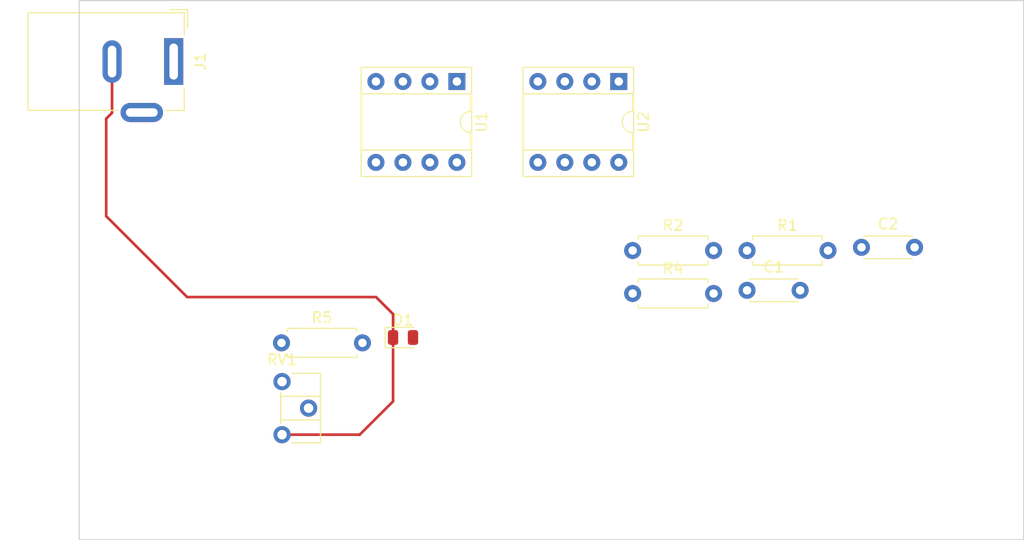
<source format=kicad_pcb>
(kicad_pcb (version 20211014) (generator pcbnew)
  (layers (0 "F.Cu" signal) (31 "B.Cu" signal) (34 "B.Paste" user) (35 "F.Paste" user) (36 "B.SilkS" user "B.Silkscreen") (37 "F.SilkS" user "F.Silkscreen") (38 "B.Mask" user) (39 "F.Mask" user) (44 "Edge.Cuts" user))
  (net 0 "")
  (net 1 "Net-(C1-Pad1)")
  (net 2 "GNDREF")
  (net 3 "Net-(C2-Pad1)")
  (net 4 "Net-(C2-Pad2)")
  (net 5 "SIG_IN")
  (net 6 "GND")
  (net 8 "-5V")
  (net 10 "+5V")
  (net 13 "SIG_OUT")
  (net 16 "Net-(D1-Pad2)")
  (net 17 "AC")
  (net 18 "Net-(R4-Pad1)")
  (footprint "Potentiometer_THT:Potentiometer_ACP_CA6-H2,5_Horizontal" (layer "F.Cu") (at 88.94 99.405)
    (fp_text reference "RV1" (at 0 -2.06) (layer "F.SilkS"))
    (fp_text value "1k")
    (fp_line (start 3.62 -0.77) (end 3.62 5.77) (layer "F.SilkS") (width 0.12))
    (fp_line (start 0.925 -0.77) (end 3.62 -0.77) (layer "F.SilkS") (width 0.12))
    (fp_line (start -0.121 1.38) (end 3.62 1.38) (layer "F.SilkS") (width 0.12))
    (fp_line (start -0.121 1.38) (end -0.121 3.62) (layer "F.SilkS") (width 0.12))
    (fp_line (start 0.925 5.77) (end 3.62 5.77) (layer "F.SilkS") (width 0.12))
    (fp_line (start -0.121 3.62) (end 3.62 3.62) (layer "F.SilkS") (width 0.12))
    (fp_line (start -0.121 1.066) (end -0.121 3.935) (layer "F.SilkS") (width 0.12))
    (fp_line (start 3.62 1.38) (end 3.62 3.62) (layer "F.SilkS") (width 0.12))
    (pad "1" thru_hole circle locked (at 0 0) (size 1.62 1.62) (drill 0.9) (layers *.Cu *.Mask))
    (pad "2" thru_hole circle locked (at 2.5 2.5) (size 1.62 1.62) (drill 0.9) (layers *.Cu *.Mask) (net 18 "Net-(R4-Pad1)"))
    (pad "3" thru_hole circle locked (at 0 5) (size 1.62 1.62) (drill 0.9) (layers *.Cu *.Mask) (net 6 "GND"))
  )
  (footprint "Package_DIP:DIP-8_W7.62mm_Socket" (layer "F.Cu") (at 120.64 71.13 -90)
    (fp_text reference "U2" (at 3.81 -2.33 90) (layer "F.SilkS"))
    (fp_text value "LM741")
    (fp_line (start 2.81 -1.33) (end 1.16 -1.33) (layer "F.SilkS") (width 0.12))
    (fp_line (start 8.95 -1.39) (end -1.33 -1.39) (layer "F.SilkS") (width 0.12))
    (fp_line (start 8.95 9.01) (end 8.95 -1.39) (layer "F.SilkS") (width 0.12))
    (fp_line (start 1.16 -1.33) (end 1.16 8.95) (layer "F.SilkS") (width 0.12))
    (fp_line (start -1.33 -1.39) (end -1.33 9.01) (layer "F.SilkS") (width 0.12))
    (fp_line (start 6.46 8.95) (end 6.46 -1.33) (layer "F.SilkS") (width 0.12))
    (fp_line (start 6.46 -1.33) (end 4.81 -1.33) (layer "F.SilkS") (width 0.12))
    (fp_line (start -1.33 9.01) (end 8.95 9.01) (layer "F.SilkS") (width 0.12))
    (fp_line (start 1.16 8.95) (end 6.46 8.95) (layer "F.SilkS") (width 0.12))
    (fp_arc (start 4.81 -1.33) (mid 3.81 -0.33) (end 2.81 -1.33) (layer "F.SilkS") (width 0.12))
    (pad "1" thru_hole rect (at 0 0 270) (size 1.6 1.6) (drill 0.8) (layers *.Cu *.Mask))
    (pad "2" thru_hole oval (at 0 2.54 270) (size 1.6 1.6) (drill 0.8) (layers *.Cu *.Mask) (net 13 "SIG_OUT"))
    (pad "3" thru_hole oval (at 0 5.08 270) (size 1.6 1.6) (drill 0.8) (layers *.Cu *.Mask) (net 4 "Net-(C2-Pad2)"))
    (pad "4" thru_hole oval (at 0 7.62 270) (size 1.6 1.6) (drill 0.8) (layers *.Cu *.Mask) (net 8 "-5V"))
    (pad "5" thru_hole oval (at 7.62 7.62 270) (size 1.6 1.6) (drill 0.8) (layers *.Cu *.Mask))
    (pad "6" thru_hole oval (at 7.62 5.08 270) (size 1.6 1.6) (drill 0.8) (layers *.Cu *.Mask) (net 13 "SIG_OUT"))
    (pad "7" thru_hole oval (at 7.62 2.54 270) (size 1.6 1.6) (drill 0.8) (layers *.Cu *.Mask) (net 10 "+5V"))
    (pad "8" thru_hole oval (at 7.62 0 270) (size 1.6 1.6) (drill 0.8) (layers *.Cu *.Mask))
  )
  (footprint "Connector_BarrelJack:BarrelJack_Wuerth_6941xx301002" (layer "F.Cu") (at 78.74 69.25 -90)
    (fp_text reference "J1" (at 0 -2.5 90) (layer "F.SilkS"))
    (fp_text value "Barrel_Jack")
    (fp_line (start -4.6 13.7) (end -4.6 -1) (layer "F.SilkS") (width 0.12))
    (fp_line (start -3.2 -1.3) (end -4.9 -1.3) (layer "F.SilkS") (width 0.12))
    (fp_line (start 4.6 -1) (end 4.6 0.8) (layer "F.SilkS") (width 0.12))
    (fp_line (start -4.9 -1.3) (end -4.9 0.3) (layer "F.SilkS") (width 0.12))
    (fp_line (start 4.6 13.7) (end -4.6 13.7) (layer "F.SilkS") (width 0.12))
    (fp_line (start -4.6 -1) (end -2.5 -1) (layer "F.SilkS") (width 0.12))
    (fp_line (start 4.6 5.2) (end 4.6 13.7) (layer "F.SilkS") (width 0.12))
    (fp_line (start 2.5 -1) (end 4.6 -1) (layer "F.SilkS") (width 0.12))
    (pad "1" thru_hole rect locked (at 0 0 270) (size 4.4 1.8) (drill oval 3.4 0.8) (layers *.Cu *.Mask) (net 17 "AC"))
    (pad "2" thru_hole oval locked (at 0 5.8 270) (size 4 1.8) (drill oval 3 0.8) (layers *.Cu *.Mask) (net 6 "GND"))
    (pad "3" thru_hole oval locked (at 4.8 3) (size 4 1.8) (drill oval 3 0.8) (layers *.Cu *.Mask))
  )
  (footprint "Resistor_THT:R_Axial_DIN0207_L6.3mm_D2.5mm_P7.62mm_Horizontal" (layer "F.Cu") (at 121.945 91.105)
    (fp_text reference "R4" (at 3.81 -2.37) (layer "F.SilkS"))
    (fp_text value "100")
    (fp_line (start 0.54 1.04) (end 0.54 1.37) (layer "F.SilkS") (width 0.12))
    (fp_line (start 0.54 -1.37) (end 7.08 -1.37) (layer "F.SilkS") (width 0.12))
    (fp_line (start 0.54 1.37) (end 7.08 1.37) (layer "F.SilkS") (width 0.12))
    (fp_line (start 7.08 1.37) (end 7.08 1.04) (layer "F.SilkS") (width 0.12))
    (fp_line (start 7.08 -1.37) (end 7.08 -1.04) (layer "F.SilkS") (width 0.12))
    (fp_line (start 0.54 -1.04) (end 0.54 -1.37) (layer "F.SilkS") (width 0.12))
    (pad "1" thru_hole circle (at 0 0) (size 1.6 1.6) (drill 0.8) (layers *.Cu *.Mask) (net 18 "Net-(R4-Pad1)"))
    (pad "2" thru_hole oval (at 7.62 0) (size 1.6 1.6) (drill 0.8) (layers *.Cu *.Mask) (net 4 "Net-(C2-Pad2)"))
  )
  (footprint "Resistor_THT:R_Axial_DIN0207_L6.3mm_D2.5mm_P7.62mm_Horizontal" (layer "F.Cu") (at 132.715 87.055)
    (fp_text reference "R1" (at 3.81 -2.37) (layer "F.SilkS"))
    (fp_text value "R_US")
    (fp_line (start 0.54 -1.04) (end 0.54 -1.37) (layer "F.SilkS") (width 0.12))
    (fp_line (start 0.54 -1.37) (end 7.08 -1.37) (layer "F.SilkS") (width 0.12))
    (fp_line (start 7.08 -1.37) (end 7.08 -1.04) (layer "F.SilkS") (width 0.12))
    (fp_line (start 7.08 1.37) (end 7.08 1.04) (layer "F.SilkS") (width 0.12))
    (fp_line (start 0.54 1.04) (end 0.54 1.37) (layer "F.SilkS") (width 0.12))
    (fp_line (start 0.54 1.37) (end 7.08 1.37) (layer "F.SilkS") (width 0.12))
    (pad "1" thru_hole circle (at 0 0) (size 1.6 1.6) (drill 0.8) (layers *.Cu *.Mask) (net 5 "SIG_IN"))
    (pad "2" thru_hole oval (at 7.62 0) (size 1.6 1.6) (drill 0.8) (layers *.Cu *.Mask) (net 3 "Net-(C2-Pad1)"))
  )
  (footprint "Package_DIP:DIP-8_W7.62mm_Socket" (layer "F.Cu") (at 105.4 71.13 -90)
    (fp_text reference "U1" (at 3.81 -2.33 90) (layer "F.SilkS"))
    (fp_text value "LM741")
    (fp_line (start -1.33 9.01) (end 8.95 9.01) (layer "F.SilkS") (width 0.12))
    (fp_line (start 6.46 8.95) (end 6.46 -1.33) (layer "F.SilkS") (width 0.12))
    (fp_line (start 1.16 -1.33) (end 1.16 8.95) (layer "F.SilkS") (width 0.12))
    (fp_line (start 8.95 -1.39) (end -1.33 -1.39) (layer "F.SilkS") (width 0.12))
    (fp_line (start 8.95 9.01) (end 8.95 -1.39) (layer "F.SilkS") (width 0.12))
    (fp_line (start 2.81 -1.33) (end 1.16 -1.33) (layer "F.SilkS") (width 0.12))
    (fp_line (start -1.33 -1.39) (end -1.33 9.01) (layer "F.SilkS") (width 0.12))
    (fp_line (start 1.16 8.95) (end 6.46 8.95) (layer "F.SilkS") (width 0.12))
    (fp_line (start 6.46 -1.33) (end 4.81 -1.33) (layer "F.SilkS") (width 0.12))
    (fp_arc (start 4.81 -1.33) (mid 3.81 -0.33) (end 2.81 -1.33) (layer "F.SilkS") (width 0.12))
    (pad "1" thru_hole rect (at 0 0 270) (size 1.6 1.6) (drill 0.8) (layers *.Cu *.Mask))
    (pad "2" thru_hole oval (at 0 2.54 270) (size 1.6 1.6) (drill 0.8) (layers *.Cu *.Mask) (net 18 "Net-(R4-Pad1)"))
    (pad "3" thru_hole oval (at 0 5.08 270) (size 1.6 1.6) (drill 0.8) (layers *.Cu *.Mask) (net 1 "Net-(C1-Pad1)"))
    (pad "4" thru_hole oval (at 0 7.62 270) (size 1.6 1.6) (drill 0.8) (layers *.Cu *.Mask) (net 8 "-5V"))
    (pad "5" thru_hole oval (at 7.62 7.62 270) (size 1.6 1.6) (drill 0.8) (layers *.Cu *.Mask))
    (pad "6" thru_hole oval (at 7.62 5.08 270) (size 1.6 1.6) (drill 0.8) (layers *.Cu *.Mask) (net 4 "Net-(C2-Pad2)"))
    (pad "7" thru_hole oval (at 7.62 2.54 270) (size 1.6 1.6) (drill 0.8) (layers *.Cu *.Mask) (net 10 "+5V"))
    (pad "8" thru_hole oval (at 7.62 0 270) (size 1.6 1.6) (drill 0.8) (layers *.Cu *.Mask))
  )
  (footprint "LED_SMD:LED_0805_2012Metric" (layer "F.Cu") (at 100.33 95.25)
    (fp_text reference "D1" (at 0 -1.65) (layer "F.SilkS"))
    (fp_text value "LED")
    (fp_line (start 1 -0.96) (end -1.685 -0.96) (layer "F.SilkS") (width 0.12))
    (fp_line (start -1.685 0.96) (end 1 0.96) (layer "F.SilkS") (width 0.12))
    (fp_line (start -1.685 -0.96) (end -1.685 0.96) (layer "F.SilkS") (width 0.12))
    (pad "1" smd roundrect locked (at -0.9375 0) (size 0.975 1.4) (layers "F.Cu" "F.Paste" "F.Mask") (net 6 "GND"))
    (pad "2" smd roundrect locked (at 0.9375 0) (size 0.975 1.4) (layers "F.Cu" "F.Paste" "F.Mask") (net 16 "Net-(D1-Pad2)"))
  )
  (footprint "Resistor_THT:R_Axial_DIN0207_L6.3mm_D2.5mm_P7.62mm_Horizontal" (layer "F.Cu") (at 88.89 95.755)
    (fp_text reference "R5" (at 3.81 -2.37) (layer "F.SilkS"))
    (fp_text value "R_US")
    (fp_line (start 0.54 -1.37) (end 7.08 -1.37) (layer "F.SilkS") (width 0.12))
    (fp_line (start 7.08 1.37) (end 7.08 1.04) (layer "F.SilkS") (width 0.12))
    (fp_line (start 7.08 -1.37) (end 7.08 -1.04) (layer "F.SilkS") (width 0.12))
    (fp_line (start 0.54 -1.04) (end 0.54 -1.37) (layer "F.SilkS") (width 0.12))
    (fp_line (start 0.54 1.04) (end 0.54 1.37) (layer "F.SilkS") (width 0.12))
    (fp_line (start 0.54 1.37) (end 7.08 1.37) (layer "F.SilkS") (width 0.12))
    (pad "1" thru_hole circle locked (at 0 0) (size 1.6 1.6) (drill 0.8) (layers *.Cu *.Mask) (net 10 "+5V"))
    (pad "2" thru_hole oval locked (at 7.62 0) (size 1.6 1.6) (drill 0.8) (layers *.Cu *.Mask) (net 16 "Net-(D1-Pad2)"))
  )
  (footprint "Capacitor_THT:C_Disc_D4.3mm_W1.9mm_P5.00mm" (layer "F.Cu") (at 132.715 90.805)
    (fp_text reference "C1" (at 2.5 -2.2) (layer "F.SilkS"))
    (fp_text value "C")
    (fp_line (start 0.23 1.055) (end 0.23 1.07) (layer "F.SilkS") (width 0.12))
    (fp_line (start 0.23 -1.07) (end 0.23 -1.055) (layer "F.SilkS") (width 0.12))
    (fp_line (start 4.77 1.055) (end 4.77 1.07) (layer "F.SilkS") (width 0.12))
    (fp_line (start 0.23 1.07) (end 4.77 1.07) (layer "F.SilkS") (width 0.12))
    (fp_line (start 0.23 -1.07) (end 4.77 -1.07) (layer "F.SilkS") (width 0.12))
    (fp_line (start 4.77 -1.07) (end 4.77 -1.055) (layer "F.SilkS") (width 0.12))
    (pad "1" thru_hole circle (at 0 0) (size 1.6 1.6) (drill 0.8) (layers *.Cu *.Mask) (net 1 "Net-(C1-Pad1)"))
    (pad "2" thru_hole circle (at 5 0) (size 1.6 1.6) (drill 0.8) (layers *.Cu *.Mask) (net 2 "GNDREF"))
  )
  (footprint "Resistor_THT:R_Axial_DIN0207_L6.3mm_D2.5mm_P7.62mm_Horizontal" (layer "F.Cu") (at 121.945 87.055)
    (fp_text reference "R2" (at 3.81 -2.37) (layer "F.SilkS"))
    (fp_text value "R_US")
    (fp_line (start 7.08 -1.37) (end 7.08 -1.04) (layer "F.SilkS") (width 0.12))
    (fp_line (start 0.54 1.37) (end 7.08 1.37) (layer "F.SilkS") (width 0.12))
    (fp_line (start 0.54 -1.04) (end 0.54 -1.37) (layer "F.SilkS") (width 0.12))
    (fp_line (start 0.54 1.04) (end 0.54 1.37) (layer "F.SilkS") (width 0.12))
    (fp_line (start 0.54 -1.37) (end 7.08 -1.37) (layer "F.SilkS") (width 0.12))
    (fp_line (start 7.08 1.37) (end 7.08 1.04) (layer "F.SilkS") (width 0.12))
    (pad "1" thru_hole circle (at 0 0) (size 1.6 1.6) (drill 0.8) (layers *.Cu *.Mask) (net 3 "Net-(C2-Pad1)"))
    (pad "2" thru_hole oval (at 7.62 0) (size 1.6 1.6) (drill 0.8) (layers *.Cu *.Mask) (net 1 "Net-(C1-Pad1)"))
  )
  (footprint "Capacitor_THT:C_Disc_D4.3mm_W1.9mm_P5.00mm" (layer "F.Cu") (at 143.485 86.755)
    (fp_text reference "C2" (at 2.5 -2.2) (layer "F.SilkS"))
    (fp_text value "C")
    (fp_line (start 4.77 -1.07) (end 4.77 -1.055) (layer "F.SilkS") (width 0.12))
    (fp_line (start 0.23 1.055) (end 0.23 1.07) (layer "F.SilkS") (width 0.12))
    (fp_line (start 4.77 1.055) (end 4.77 1.07) (layer "F.SilkS") (width 0.12))
    (fp_line (start 0.23 -1.07) (end 4.77 -1.07) (layer "F.SilkS") (width 0.12))
    (fp_line (start 0.23 -1.07) (end 0.23 -1.055) (layer "F.SilkS") (width 0.12))
    (fp_line (start 0.23 1.07) (end 4.77 1.07) (layer "F.SilkS") (width 0.12))
    (pad "1" thru_hole circle (at 0 0) (size 1.6 1.6) (drill 0.8) (layers *.Cu *.Mask) (net 3 "Net-(C2-Pad1)"))
    (pad "2" thru_hole circle (at 5 0) (size 1.6 1.6) (drill 0.8) (layers *.Cu *.Mask) (net 4 "Net-(C2-Pad2)"))
  )
  (gr_rect (start 69.85 63.5) (end 158.75 114.3) (layer "Edge.Cuts") (width 0.1) (fill none))
  (segment (start 72.39 83.82) (end 80.01 91.44) (width 0.25) (layer "F.Cu") (net 6))
  (segment (start 72.39 74.631732) (end 72.39 83.82) (width 0.25) (layer "F.Cu") (net 6))
  (segment (start 72.94 69.25) (end 72.94 74.081732) (width 0.25) (layer "F.Cu") (net 6))
  (segment (start 88.94 104.405) (end 96.255 104.405) (width 0.25) (layer "F.Cu") (net 6))
  (segment (start 99.3925 93.0425) (end 99.3925 95.25) (width 0.25) (layer "F.Cu") (net 6))
  (segment (start 99.3925 101.2675) (end 99.3925 95.25) (width 0.25) (layer "F.Cu") (net 6))
  (segment (start 72.94 74.081732) (end 72.39 74.631732) (width 0.25) (layer "F.Cu") (net 6))
  (segment (start 96.255 104.405) (end 99.3925 101.2675) (width 0.25) (layer "F.Cu") (net 6))
  (segment (start 80.01 91.44) (end 97.79 91.44) (width 0.25) (layer "F.Cu") (net 6))
  (segment (start 97.79 91.44) (end 99.3925 93.0425) (width 0.25) (layer "F.Cu") (net 6))
)
</source>
